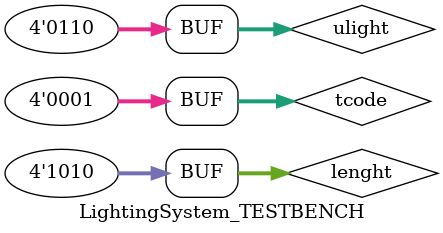
<source format=v>
`timescale 1ns / 1ps

module LightingSystem_TESTBENCH;

	// Inputs
	reg [3:0] tcode;
	reg [3:0] ulight;
	reg [3:0] lenght;

	// Outputs
	wire [3:0] wshade;
	wire [3:0] lightnum;
	wire [15:0] lightstate;

	// Instantiate the Unit Under Test (UUT)
	LightingSystem uut (
		.tcode(tcode), 
		.ulight(ulight), 
		.lenght(lenght), 
		.wshade(wshade), 
		.lightnum(lightnum), 
		.lightstate(lightstate)
	);

	initial begin
		// Initialize Inputs
		tcode = 4'b0000;
		//S4
		ulight = 4'b0000;
		lenght = 4'b1000;
		#30;
		ulight = 4'b1010;
		lenght = 4'b1000;
		#30;
		ulight = 4'b0000;
		lenght = 4'b1010;
		#30;
		ulight = 4'b1001;
		lenght = 4'b1110;
		#30;
		ulight = 4'b1100;
		lenght = 4'b0110;
		#30;
		ulight = 4'b0110;
		lenght = 4'b1010;
		#30;
		////
		tcode = 4'b1000;
		//S3
		ulight = 4'b0000;
		lenght = 4'b1000;
		#30;
		ulight = 4'b1010;
		lenght = 4'b1000;
		#30;
		ulight = 4'b0000;
		lenght = 4'b1010;
		#30;
		ulight = 4'b1001;
		lenght = 4'b1110;
		#30;
		ulight = 4'b1100;
		lenght = 4'b0110;
		#30;
		ulight = 4'b0110;
		lenght = 4'b1010;
		#30;
		////
		tcode = 4'b0100;
		//S2
		ulight = 4'b0000;
		lenght = 4'b1000;
		#30;
		ulight = 4'b1010;
		lenght = 4'b1000;
		#30;
		ulight = 4'b0000;
		lenght = 4'b1010;
		#30;
		ulight = 4'b1001;
		lenght = 4'b1110;
		#30;
		ulight = 4'b1100;
		lenght = 4'b0110;
		#30;
		ulight = 4'b0110;
		lenght = 4'b1010;
		#30;
		////
		tcode = 4'b0010;
		//S1
		ulight = 4'b0000;
		lenght = 4'b1000;
		#30;
		ulight = 4'b1010;
		lenght = 4'b1000;
		#30;
		ulight = 4'b0000;
		lenght = 4'b1010;
		#30;
		ulight = 4'b1001;
		lenght = 4'b1110;
		#30;
		ulight = 4'b1100;
		lenght = 4'b0110;
		#30;
		ulight = 4'b0110;
		lenght = 4'b1010;
		#30;
		////
		tcode = 4'b0001;
		//S0
		ulight = 4'b0000;
		lenght = 4'b1000;
		#30;
		ulight = 4'b1010;
		lenght = 4'b1000;
		#30;
		ulight = 4'b0000;
		lenght = 4'b1010;
		#30;
		ulight = 4'b1001;
		lenght = 4'b1110;
		#30;
		ulight = 4'b1100;
		lenght = 4'b0110;
		#30;
		ulight = 4'b0110;
		lenght = 4'b1010;
		#30;
		
       
	end
      
endmodule


</source>
